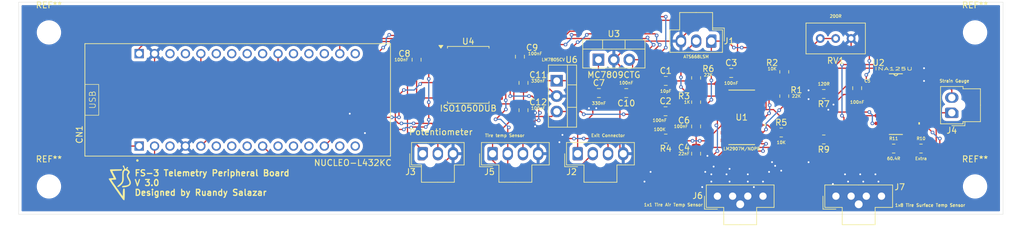
<source format=kicad_pcb>
(kicad_pcb (version 20240108) (generator "pcbnew") (generator_version "8.0")
  (title_block (title "Peripheral Board") (date "2025-02-23") (rev "2.3"))
  (layers (0 "F.Cu" signal) (31 "B.Cu" signal) (34 "B.Paste" user) (35 "F.Paste" user) (36 "B.SilkS" user "B.Silkscreen") (37 "F.SilkS" user "F.Silkscreen") (38 "B.Mask" user) (39 "F.Mask" user) (44 "Edge.Cuts" user))
  (net 0 "")
  (net 1 "Net-(J1-Pin_2)")
  (net 2 "GND")
  (net 3 "Net-(U1-IN+)")
  (net 4 "Net-(C4-Pad1)")
  (net 5 "+3V3")
  (net 6 "+5V")
  (net 7 "+12V")
  (net 8 "PA3")
  (net 9 "+9V")
  (net 10 "PB1")
  (net 17 "CANL")
  (net 18 "CANH")
  (net 19 "/Vin+")
  (net 20 "Net-(U1-TACH-)")
  (net 21 "Net-(U1-EMIT)")
  (net 22 "/Vin-")
  (net 23 "/RG2")
  (net 24 "/RG1")
  (net 31 "/VrefBG")
  (net 36 "CAN1_TX")
  (net 37 "PA2")
  (net 41 "Tire I2C SCL")
  (net 45 "Tire I2C SDA")
  (net 46 "CAN1_RX")
  (footprint "MountingHole:MountingHole_3.5mm" (layer "F.Cu") (at 213.4 55.4)
    (property "Reference" "REF**")
    (property "Value" "MountingHole_3.5mm")
  )
  (footprint "Resistor_SMD:R_0805_2012Metric_Pad1.20x1.40mm_HandSolder" (layer "F.Cu") (at 188.5 40.15 180)
    (property "Reference" "R7")
    (property "Value" "120R")
  )
  (footprint "Capacitor_SMD:C_0805_2012Metric_Pad1.18x1.45mm_HandSolder" (layer "F.Cu") (at 167.5 50 90)
    (property "Reference" "C4")
    (property "Value" "22nF")
  )
  (footprint "Resistor_SMD:R_0805_2012Metric_Pad1.20x1.40mm_HandSolder" (layer "F.Cu") (at 182 36.5 90)
    (property "Reference" "R2")
    (property "Value" "10K")
  )
  (footprint "Connector_Molex:Molex_Nano-Fit_105309-xx04_1x04_P2.50mm_Vertical" (layer "F.Cu") (at 171 57 90)
    (property "Reference" "J6")
    (property "Value" "1x1 Tire Air Temp Sensor")
  )
  (footprint "Package_TO_SOT_THT:TO-220-3_Vertical" (layer "F.Cu") (at 151.42 34.5)
    (property "Reference" "U3")
    (property "Value" "MC7809CTG")
  )
  (footprint "Molex Nanofit:Molex_Nano-Fit_105309-xx04_1x04_P2.50mm_Vertical" (layer "F.Cu") (at 134 50 90)
    (property "Reference" "J5")
    (property "Value" "Tire temp Sensor")
  )
  (footprint "MountingHole:MountingHole_3.5mm" (layer "F.Cu") (at 213.4 30)
    (property "Reference" "REF**")
    (property "Value" "MountingHole_3.5mm")
  )
  (footprint "Capacitor_SMD:C_0805_2012Metric_Pad1.18x1.45mm_HandSolder" (layer "F.Cu") (at 167.5 45.5 -90)
    (property "Reference" "C6")
    (property "Value" "100nF")
  )
  (footprint "Capacitor_SMD:C_0805_2012Metric_Pad1.18x1.45mm_HandSolder" (layer "F.Cu") (at 156 40 180)
    (property "Reference" "C10")
    (property "Value" "100nF")
  )
  (footprint "Molex Nanofit:Molex_Nano-Fit_105309-xx03_1x03_P2.50mm_Vertical" (layer "F.Cu") (at 122.5 50 90)
    (property "Reference" "J3")
    (property "Value" "Potentiometer")
  )
  (footprint "Capacitor_SMD:C_0805_2012Metric_Pad1.18x1.45mm_HandSolder" (layer "F.Cu") (at 173.2695 36.69)
    (property "Reference" "C3")
    (property "Value" "100nF")
  )
  (footprint "Capacitor_SMD:C_0805_2012Metric_Pad1.18x1.45mm_HandSolder" (layer "F.Cu") (at 139.091 42.8218 90)
    (property "Reference" "C12")
    (property "Value" "100nF")
  )
  (footprint "Resistor_SMD:R_0805_2012Metric_Pad1.20x1.40mm_HandSolder" (layer "F.Cu") (at 162.5 47.5 180)
    (property "Reference" "R4")
    (property "Value" "100K")
  )
  (footprint "Capacitor_SMD:C_0805_2012Metric_Pad1.18x1.45mm_HandSolder" (layer "F.Cu") (at 162.5 38)
    (property "Reference" "C1")
    (property "Value" "10pF")
  )
  (footprint "Resistor_SMD:R_0805_2012Metric_Pad1.20x1.40mm_HandSolder" (layer "F.Cu") (at 167.5 37.5 90)
    (property "Reference" "R6")
    (property "Value" "22K")
  )
  (footprint "Molex Nanofit:Molex_Nano-Fit_105309-xx02_1x02_P2.50mm_Vertical" (layer "F.Cu") (at 209.57 43.25 180)
    (property "Reference" "J4")
    (property "Value" "Strain Gauge")
  )
  (footprint "MountingHole:MountingHole_3.5mm" (layer "F.Cu") (at 61 55.4)
    (property "Reference" "REF**")
    (property "Value" "MountingHole_3.5mm")
  )
  (footprint "FS_3_Global_Footprint_Library:M14A_TEX" (layer "F.Cu") (at 175 44)
    (property "Reference" "U1")
    (property "Value" "LM2907M/NOPB")
  )
  (footprint "FS_3_Global_Footprint_Library:D16" (layer "F.Cu") (at 200.3622 41.825)
    (property "Reference" "U2")
    (property "Value" "INA125U")
  )
  (footprint "Capacitor_SMD:C_0805_2012Metric_Pad1.18x1.45mm_HandSolder" (layer "F.Cu") (at 139.091 38.3218 -90)
    (property "Reference" "C11")
    (property "Value" "330nF")
  )
  (footprint "Package_TO_SOT_THT:TO-220-3_Vertical" (layer "F.Cu") (at 144.555 37.96 -90)
    (property "Reference" "U6")
    (property "Value" "LM7805CV")
  )
  (footprint "Resistor_SMD:R_0805_2012Metric_Pad1.20x1.40mm_HandSolder" (layer "F.Cu") (at 188.5 47.65 180)
    (property "Reference" "R9")
    (property "Value" "120R")
  )
  (footprint "Package_SO:SOP-8_6.62x9.15mm_P2.54mm" (layer "F.Cu") (at 130 37)
    (property "Reference" "U4")
    (property "Value" "ISO1050DUB")
  )
  (footprint "Resistor_SMD:R_0805_2012Metric_Pad1.20x1.40mm_HandSolder" (layer "F.Cu") (at 182 40.5 -90)
    (property "Reference" "R1")
    (property "Value" "22K")
  )
  (footprint "Resistor_SMD:R_0805_2012Metric_Pad1.20x1.40mm_HandSolder" (layer "F.Cu") (at 204.5 49.15)
    (property "Reference" "R10")
    (property "Value" "Extra")
  )
  (footprint "1FS_2_Global_Footprint_Library:FS_Logo_4LinesTall" (layer "F.Cu") (at 72.9 54.9)
    (property "Reference" "G***" (hide yes))
    (property "Value" "LOGO" (hide yes))
  )
  (footprint "Capacitor_SMD:C_0805_2012Metric_Pad1.18x1.45mm_HandSolder" (layer "F.Cu") (at 121.5 34.5 90)
    (property "Reference" "C8")
    (property "Value" "100nF")
  )
  (footprint "Potentiometer_THT:Potentiometer_Bourns_3296W_Vertical" (layer "F.Cu") (at 187.92 31 180)
    (property "Reference" "RV1")
    (property "Value" "200R")
  )
  (footprint "Connector_Molex:Molex_Nano-Fit_105309-xx04_1x04_P2.50mm_Vertical" (layer "F.Cu") (at 190.5 57 90)
    (property "Reference" "J7")
    (property "Value" "1x8 Tire Surface Temp Sensor")
  )
  (footprint "Molex Nanofit:Molex_Nano-Fit_105309-xx04_1x04_P2.50mm_Vertical" (layer "F.Cu") (at 148 50 90)
    (property "Reference" "J2")
    (property "Value" "Exit Connector")
  )
  (footprint "Capacitor_SMD:C_0805_2012Metric_Pad1.18x1.45mm_HandSolder" (layer "F.Cu") (at 151.5 40)
    (property "Reference" "C7")
    (property "Value" "330nF")
  )
  (footprint "Capacitor_SMD:C_0805_2012Metric_Pad1.18x1.45mm_HandSolder" (layer "F.Cu") (at 162.4625 43)
    (property "Reference" "C2")
    (property "Value" "100nF")
  )
  (footprint "Resistor_SMD:R_0805_2012Metric_Pad1.20x1.40mm_HandSolder" (layer "F.Cu") (at 181.5 46.5)
    (property "Reference" "R5")
    (property "Value" "10K")
  )
  (footprint "Capacitor_SMD:C_0805_2012Metric_Pad1.18x1.45mm_HandSolder" (layer "F.Cu") (at 194 39.1875 -90)
    (property "Reference" "C5")
    (property "Value" "100nF")
  )
  (footprint "MountingHole:MountingHole_3.5mm" (layer "F.Cu") (at 61 30)
    (property "Reference" "REF**")
    (property "Value" "MountingHole_3.5mm")
  )
  (footprint "Resistor_SMD:R_0805_2012Metric_Pad1.20x1.40mm_HandSolder" (layer "F.Cu") (at 200 49.15)
    (property "Reference" "R11")
    (property "Value" "60.4R")
  )
  (footprint "Resistor_SMD:R_0805_2012Metric_Pad1.20x1.40mm_HandSolder" (layer "F.Cu") (at 167.5 41.5 90)
    (property "Reference" "R3")
    (property "Value" "1K")
  )
  (footprint "FS_3_Global_Footprint_Library:NUCLEO-L432KC" (layer "F.Cu") (at 92.055 41.12 90)
    (property "Reference" "CN1")
    (property "Value" "NUCLEO-L432KC")
  )
  (footprint "Capacitor_SMD:C_0805_2012Metric_Pad1.18x1.45mm_HandSolder" (layer "F.Cu") (at 138.5 34 90)
    (property "Reference" "C9")
    (property "Value" "100nF")
  )
  (footprint "Molex Nanofit:Molex_Nano-Fit_105309-xx03_1x03_P2.50mm_Vertical" (layer "F.Cu") (at 170 31.43 -90)
    (property "Reference" "J1")
    (property "Value" "ATS668LSM")
  )
  (gr_rect (start 56 25) (end 218 60) (stroke (width 0.05)) (fill none) (layer "Edge.Cuts"))
  (gr_text "FS-3 Telemetry Peripheral Board\nV 3.0\nDesigned by Ruandy Salazar" (at 75 57 0) (layer "F.SilkS") (effects (font (size 1 1) (thickness 0.2) (bold yes)) (justify left bottom)))
  (segment (start 166.5 40.5) (end 165 39) (width 0.2) (layer "F.Cu") (net 1))
  (segment (start 167.5 40.5) (end 166.5 40.5) (width 0.2) (layer "F.Cu") (net 1))
  (segment (start 161.4625 36.5375) (end 161.4625 38) (width 0.2) (layer "F.Cu") (net 1))
  (segment (start 165 34.07) (end 164.93 34) (width 0.2) (layer "F.Cu") (net 1))
  (segment (start 167.5 31.43) (end 164.93 34) (width 0.2) (layer "F.Cu") (net 1))
  (segment (start 165 37.4) (end 165 34.07) (width 0.2) (layer "F.Cu") (net 1))
  (segment (start 167.5 40.5) (end 171.9595 40.5) (width 0.2) (layer "F.Cu") (net 1))
  (segment (start 164 34) (end 161.4625 36.5375) (width 0.2) (layer "F.Cu") (net 1))
  (segment (start 171.9595 40.5) (end 172.2695 40.19) (width 0.2) (layer "F.Cu") (net 1))
  (segment (start 164.93 34) (end 164 34) (width 0.2) (layer "F.Cu") (net 1))
  (via (at 165 39) (size 0.6) (drill 0.3) (layers "F.Cu" "B.Cu") (net 1))
  (via (at 165 37.4) (size 0.6) (drill 0.3) (layers "F.Cu" "B.Cu") (net 1))
  (segment (start 165 39) (end 165 37.4) (width 0.2) (layer "B.Cu") (net 1))
  (segment (start 141 43.2593) (end 139.525 41.7843) (width 0.2) (layer "F.Cu") (net 2))
  (segment (start 154.9625 42.5) (end 154.9625 49.4625) (width 0.2) (layer "F.Cu") (net 2))
  (segment (start 154.9625 49.4625) (end 155.5 50) (width 0.2) (layer "F.Cu") (net 2))
  (segment (start 180.0375 48.9625) (end 182.5 46.5) (width 0.2) (layer "F.Cu") (net 2))
  (segment (start 147.8625 40.5) (end 144.555 40.5) (width 0.2) (layer "F.Cu") (net 2))
  (segment (start 190.75 50.9) (end 206.1 50.9) (width 0.2) (layer "F.Cu") (net 2))
  (segment (start 174.307 36.69) (end 179 36.69) (width 0.2) (layer "F.Cu") (net 2))
  (segment (start 141.5 46) (end 145 46) (width 0.2) (layer "F.Cu") (net 2))
  (segment (start 121.5 40.5) (end 121.81 40.81) (width 0.2) (layer "F.Cu") (net 2))
  (segment (start 78.38 43.66) (end 83.46 48.74) (width 0.2) (layer "F.Cu") (net 2))
  (segment (start 205 38) (end 205 40.9972) (width 0.2) (layer "F.Cu") (net 2))
  (segment (start 167.5 46.5375) (end 167.5 48.9625) (width 0.2) (layer "F.Cu") (net 2))
  (segment (start 179 42.73) (end 177.7305 42.73) (width 0.2) (layer "F.Cu") (net 2))
  (segment (start 190.099265 41.900735) (end 191.775 40.225) (width 0.2) (layer "F.Cu") (net 2))
  (segment (start 139.525 41.7843) (end 139.091 41.7843) (width 0.2) (layer "F.Cu") (net 2))
  (segment (start 145 46) (end 145.5 46.5) (width 0.2) (layer "F.Cu") (net 2))
  (segment (start 135.4993 41.7843) (end 134.525 40.81) (width 0.2) (layer "F.Cu") (net 2))
  (segment (start 165 31) (end 165 31.43) (width 0.2) (layer "F.Cu") (net 2))
  (segment (start 187.5 42.5) (end 186 41) (width 0.2) (layer "F.Cu") (net 2))
  (segment (start 190.5 57) (end 190.5 55.5) (width 0.2) (layer "F.Cu") (net 2))
  (segment (start 179 36.69) (end 180.81 36.69) (width 0.2) (layer "F.Cu") (net 2))
  (segment (start 190 35.9) (end 193 32.9) (width 0.2) (layer "F.Cu") (net 2))
  (segment (start 121.5 35.5375) (end 121.5 40.5) (width 0.2) (layer "F.Cu") (net 2))
  (segment (start 180.00243 51.4) (end 179.987851 51.385421) (width 0.2) (layer "F.Cu") (net 2))
  (segment (start 190.5 55.5) (end 190 55) (width 0.2) (layer "F.Cu") (net 2))
  (segment (start 187.5 47.65) (end 190.75 50.9) (width 0.2) (layer "F.Cu") (net 2))
  (segment (start 187.5 44) (end 181.5 44) (width 0.2) (layer "F.Cu") (net 2))
  (segment (start 203.5372 42.46) (end 202.7244 42.46) (width 0.2) (layer "F.Cu") (net 2))
  (segment (start 139.091 39.3593) (end 143.4143 39.3593) (width 0.2) (layer "F.Cu") (net 2))
  (segment (start 141 45.5) (end 141.5 46) (width 0.2) (layer "F.Cu") (net 2))
  (segment (start 127.5 50) (end 125.5 52) (width 0.2) (layer "F.Cu") (net 2))
  (segment (start 128.7157 41.7843) (end 135.4993 41.7843) (width 0.2) (layer "F.Cu") (net 2))
  (segment (start 154.9625 35.5025) (end 153.96 34.5) (width 0.2) (layer "F.Cu") (net 2))
  (segment (start 143.1 50) (end 141.5 50) (width 0.2) (layer "F.Cu") (net 2))
  (segment (start 169.5 50.21397) (end 169.5 48.9625) (width 0.2) (layer "F.Cu") (net 2))
  (segment (start 149.8625 42.5) (end 147.8625 40.5) (width 0.2) (layer "F.Cu") (net 2))
  (segment (start 163.5375 42.9625) (end 163.5 43) (width 0.2) (layer "F.Cu") (net 2))
  (segment (start 125.5 52) (end 125 52.5) (width 0.2) (layer "F.Cu") (net 2))
  (segment (start 127.5 42.835) (end 127.5 43) (width 0.2) (layer "F.Cu") (net 2))
  (segment (start 137.5 41.7843) (end 135.4993 41.7843) (width 0.2) (layer "F.Cu") (net 2))
  (segment (start 169.5 48.9625) (end 180.0375 48.9625) (width 0.2) (layer "F.Cu") (net 2))
  (segment (start 120 51.5) (end 115.1 46.6) (width 0.2) (layer "F.Cu") (net 2))
  (segment (start 138.5 35.0375) (end 137.5375 36) (width 0.2) (layer "F.Cu") (net 2))
  (segment (start 187.5 44.5) (end 187.5 44) (width 0.2) (layer "F.Cu") (net 2))
  (segment (start 154.9625 40) (end 154.9625 35.5025) (width 0.2) (layer "F.Cu") (net 2))
  (segment (start 193 32.9) (end 193 31) (width 0.2) (layer "F.Cu") (net 2))
  (segment (start 127.5 43) (end 128.7157 41.7843) (width 0.2) (layer "F.Cu") (net 2))
  (segment (start 207 45.9228) (end 203.5372 42.46) (width 0.2) (layer "F.Cu") (net 2))
  (segment (start 186 39.55) (end 189.65 35.9) (width 0.2) (layer "F.Cu") (net 2))
  (segment (start 180.23 42.73) (end 179 42.73) (width 0.2) (layer "F.Cu") (net 2))
  (segment (start 154.9625 40) (end 152.5375 40) (width 0.2) (layer "F.Cu") (net 2))
  (segment (start 205 40.9972) (end 203.5372 42.46) (width 0.2) (layer "F.Cu") (net 2))
  (segment (start 139.091 39.3593) (end 139.091 41.7843) (width 0.2) (layer "F.Cu") (net 2))
  (segment (start 172 29) (end 167 29) (width 0.2) (layer "F.Cu") (net 2))
  (segment (start 169.356985 50.356985) (end 169.5 50.21397) (width 0.2) (layer "F.Cu") (net 2))
  (segment (start 88.8 43.4) (end 83.46 48.74) (width 0.2) (layer "F.Cu") (net 2))
  (segment (start 163.5375 38) (end 163.5375 42.9625) (width 0.2) (layer "F.Cu") (net 2))
  (segment (start 154.9625 40) (end 154.9625 42.5) (width 0.2) (layer "F.Cu") (net 2))
  (segment (start 115.1 46.6) (end 113 46.6) (width 0.2) (layer "F.Cu") (net 2))
  (segment (start 206.1 50.9) (end 207 50) (width 0.2) (layer "F.Cu") (net 2))
  (segment (start 186 51.4) (end 180.00243 51.4) (width 0.2) (layer "F.Cu") (net 2))
  (segment (start 121.81 40.81) (end 125.475 40.81) (width 0.2) (layer "F.Cu") (net 2))
  (segment (start 167.0375 46.5375) (end 167.5 46.5375) (width 0.2) (layer "F.Cu") (net 2))
  (segment (start 154.9625 42.5) (end 151.0625 42.5) (width 0.2) (layer "F.Cu") (net 2))
  (segment (start 187.5 44) (end 187.5 42.5) (width 0.2) (layer "F.Cu") (net 2))
  (segment (start 207 50) (end 207 45.9228) (width 0.2) (layer "F.Cu") (net 2))
  (segment (start 157.03 31.43) (end 165 31.43) (width 0.2) (layer "F.Cu") (net 2))
  (segment (start 145 48.1) (end 143.1 50) (width 0.2) (layer "F.Cu") (net 2))
  (segment (start 145.5 46.5) (end 145.5 47) (width 0.2) (layer "F.Cu") (net 2))
  (segment (start 137.5 36) (end 137.5 41.7843) (width 0.2) (layer "F.Cu") (net 2))
  (segment (start 179 42.73) (end 179 36.69) (width 0.2) (layer "F.Cu") (net 2))
  (segment (start 170.375735 53.024265) (end 170 53.4) (width 0.2) (layer "F.Cu") (net 2))
  (segment (start 191.775 40.225) (end 194 40.225) (width 0.2) (layer "F.Cu") (net 2))
  (segment (start 171 55.6) (end 171 57) (width 0.2) (layer "F.Cu") (net 2))
  (segment (start 167 29) (end 165 31) (width 0.2) (layer "F.Cu") (net 2))
  (segment (start 78.38 33.5) (end 78.38 43.66) (width 0.2) (layer "F.Cu") (net 2))
  (segment (start 181.5 44) (end 180.23 42.73) (width 0.2) (layer "F.Cu") (net 2))
  (segment (start 194 40.225) (end 197.695 40.225) (width 0.2) (layer "F.Cu") (net 2))
  (segment (start 110.5 43.4) (end 88.8 43.4) (width 0.2) (layer "F.Cu") (net 2))
  (segment (start 189.65 35.9) (end 190 35.9) (width 0.2) (layer "F.Cu") (net 2))
  (segment (start 180.81 36.69) (end 182 35.5) (width 0.2) (layer "F.Cu") (net 2))
  (segment (start 125.475 40.81) (end 127.5 42.835) (width 0.2) (layer "F.Cu") (net 2))
  (segment (start 174.307 31.307) (end 172 29) (width 0.2) (layer "F.Cu") (net 2))
  (segment (start 187.5 47.65) (end 187.5 44.5) (width 0.2) (layer "F.Cu") (net 2))
  (segment (start 121 52.5) (end 120 51.5) (width 0.2) (layer "F.Cu") (net 2))
  (segment (start 190 35.9) (end 205 35.9) (width 0.2) (layer "F.Cu") (net 2))
  (segment (start 143.4143 39.3593) (end 144.555 40.5) (width 0.2) (layer "F.Cu") (net 2))
  (segment (start 174.307 36.69) (end 174.307 31.307) (width 0.2) (layer "F.Cu") (net 2))
  (segment (start 145.5 47) (end 145.5 46.9) (width 0.2) (layer "F.Cu") (net 2))
  (segment (start 197.695 40.225) (end 198 39.92) (width 0.2) (layer "F.Cu") (net 2))
  (segment (start 187.5 44.5) (end 189.250735 42.749265) (width 0.2) (layer "F.Cu") (net 2))
  (segment (start 182.5 46.5) (end 182.5 45) (width 0.2) (layer "F.Cu") (net 2))
  (segment (start 163.5 43) (end 167.0375 46.5375) (width 0.2) (layer "F.Cu") (net 2))
  (segment (start 125 52.5) (end 121 52.5) (width 0.2) (layer "F.Cu") (net 2))
  (segment (start 170 54.6) (end 171 55.6) (width 0.2) (layer "F.Cu") (net 2))
  (segment (start 167.5 48.9625) (end 169.5 48.9625) (width 0.2) (layer "F.Cu") (net 2))
  (segment (start 170.375735 52.124265) (end 170.375735 53.024265) (width 0.2) (layer "F.Cu") (net 2))
  (segment (start 166 38) (end 167.5 36.5) (width 0.2) (layer "F.Cu") (net 2))
  (segment (start 182.5 45) (end 181.5 44) (width 0.2) (layer "F.Cu") (net 2))
  (segment (start 127.5 43) (end 127.5 50) (width 0.2) (layer "F.Cu") (net 2))
  (segment (start 163.5375 38) (end 166 38) (width 0.2) (layer "F.Cu") (net 2))
  (segment (start 137.5375 36) (end 137.5 36) (width 0.2) (layer "F.Cu") (net 2))
  (segment (start 139.091 41.7843) (end 137.5 41.7843) (width 0.2) (layer "F.Cu") (net 2))
  (segment (start 153.96 34.5) (end 157.03 31.43) (width 0.2) (layer "F.Cu") (net 2))
  (via (at 110.5 43.4) (size 0.6) (drill 0.3) (layers "F.Cu" "B.Cu") (net 2))
  (via (at 170 54.6) (size 0.6) (drill 0.3) (layers "F.Cu" "B.Cu") (net 2))
  (via (at 170.375735 52.124265) (size 0.6) (drill 0.3) (layers "F.Cu" "B.Cu") (net 2))
  (via (at 145.5 46.9) (size 0.6) (drill 0.3) (layers "F.Cu" "B.Cu") (net 2))
  (via (at 186 41) (size 0.6) (drill 0.3) (layers "F.Cu" "B.Cu") (net 2))
  (via (at 113 46.6) (size 0.6) (drill 0.3) (layers "F.Cu" "B.Cu") (net 2))
  (via (at 169.356985 50.356985) (size 0.6) (drill 0.3) (layers "F.Cu" "B.Cu") (net 2))
  (via (at 205 38) (size 0.6) (drill 0.3) (layers "F.Cu" "B.Cu") (net 2))
  (via (at 179.987851 51.385421) (size 0.6) (drill 0.3) (layers "F.Cu" "B.Cu") (net 2))
  (via (at 151.0625 42.5) (size 0.6) (drill 0.3) (layers "F.Cu" "B.Cu") (net 2))
  (via (at 186 51.4) (size 0.6) (drill 0.3) (layers "F.Cu" "B.Cu") (net 2))
  (via (at 205 35.9) (size 0.6) (drill 0.3) (layers "F.Cu" "B.Cu") (net 2))
  (via (at 141 43.2593) (size 0.6) (drill 0.3) (layers "F.Cu" "B.Cu") (net 2))
  (via (at 186 39.55) (size 0.6) (drill 0.3) (layers "F.Cu" "B.Cu") (net 2))
  (via (at 190.099265 41.900735) (size 0.6) (drill 0.3) (layers "F.Cu" "B.Cu") (net 2))
  (via (at 149.8625 42.5) (size 0.6) (drill 0.3) (layers "F.Cu" "B.Cu") (net 2))
  (via (at 190 55) (size 0.6) (drill 0.3) (layers "F.Cu" "B.Cu") (net 2))
  (via (at 189.250735 42.749265) (size 0.6) (drill 0.3) (layers "F.Cu" "B.Cu") (net 2))
  (via (at 141 45.5) (size 0.6) (drill 0.3) (layers "F.Cu" "B.Cu") (net 2))
  (via (at 170 53.4) (size 0.6) (drill 0.3) (layers "F.Cu" "B.Cu") (net 2))
  (via (at 145 48.1) (size 0.6) (drill 0.3) (layers "F.Cu" "B.Cu") (net 2))
  (segment (start 171.114579 51.385421) (end 170.375735 52.124265) (width 0.2) (layer "B.Cu") (net 2))
  (segment (start 189.250735 42.749265) (end 190.099265 41.900735) (width 0.2) (layer "B.Cu") (net 2))
  (segment (start 179.987851 51.385421) (end 172 51.385421) (width 0.2) (layer "B.Cu") (net 2))
  (segment (start 110.5 44.1) (end 110.5 43.4) (width 0.2) (layer "B.Cu") (net 2))
  (segment (start 170.385421 51.385421) (end 169.356985 50.356985) (width 0.2) (layer "B.Cu") (net 2))
  (segment (start 145.5 46.9) (end 145.5 47.6) (width 0.2) (layer "B.Cu") (net 2))
  (segment (start 189.5 54.5) (end 189.1 54.5) (width 0.2) (layer "B.Cu") (net 2))
  (segment (start 141 45.5) (end 141 43.2593) (width 0.2) (layer "B.Cu") (net 2))
  (segment (start 186 41) (end 186 39.55) (width 0.2) (layer "B.Cu") (net 2))
  (segment (start 170 53.4) (end 170 54.6) (width 0.2) (layer "B.Cu") (net 2))
  (segment (start 145.5 47.6) (end 145 48.1) (width 0.2) (layer "B.Cu") (net 2))
  (segment (start 172 51.385421) (end 170.385421 51.385421) (width 0.2) (layer "B.Cu") (net 2))
  (segment (start 151.0625 42.5) (end 149.8625 42.5) (width 0.2) (layer "B.Cu") (net 2))
  (segment (start 189.1 54.5) (end 186 51.4) (width 0.2) (layer "B.Cu") (net 2))
  (segment (start 172 51.385421) (end 171.114579 51.385421) (width 0.2) (layer "B.Cu") (net 2))
  (segment (start 205 35.9) (end 205 38) (width 0.2) (layer "B.Cu") (net 2))
  (segment (start 113 46.6) (end 110.5 44.1) (width 0.2) (layer "B.Cu") (net 2))
  (segment (start 190 55) (end 189.5 54.5) (width 0.2) (layer "B.Cu") (net 2))
  (segment (start 172.2695 44) (end 172.2695 42.73) (width 0.2) (layer "F.Cu") (net 3))
  (segment (start 173.5 41.944) (end 172.714 42.73) (width 0.2) (layer "F.Cu") (net 3))
  (segment (start 171.825 42.73) (end 172.2695 42.73) (width 0.2) (layer "F.Cu") (net 3))
  (segment (start 171 39) (end 173 39) (width 0.2) (layer "F.Cu") (net 3))
  (segment (start 170.461 38.461) (end 172.232 36.69) (width 0.2) (layer "F.Cu") (net 3))
  (segment (start 172.714 42.73) (end 172.2695 42.73) (width 0.2) (layer "F.Cu") (net 3))
  (segment (start 170.461 38.461) (end 171 39) (width 0.2) (layer "F.Cu") (net 3))
  (segment (start 173.5 39.5) (end 173.5 41.944) (width 0.2) (layer "F.Cu") (net 3))
  (segment (start 167.5 38.5) (end 170.422 38.5) (width 0.2) (layer "F.Cu") (net 3))
  (segment (start 173 39) (end 173.5 39.5) (width 0.2) (layer "F.Cu") (net 3))
  (segment (start 170.422 38.5) (end 170.461 38.461) (width 0.2) (layer "F.Cu") (net 3))
  (segment (start 171 49.5625) (end 169.525 51.0375) (width 0.2) (layer "F.Cu") (net 4))
  (segment (start 171 42.5) (end 171 45.15147) (width 0.2) (layer "F.Cu") (net 4))
  (segment (start 169.525 51.0375) (end 167.5 51.0375) (width 0.2) (layer "F.Cu") (net 4))
  (segment (start 171 45.15147) (end 170.825735 45.325735) (width 0.2) (layer "F.Cu") (net 4))
  (segment (start 172.2695 41.46) (end 172.04 41.46) (width 0.2) (layer "F.Cu") (net 4))
  (segment (start 172.04 41.46) (end 171 42.5) (width 0.2) (layer "F.Cu") (net 4))
  (via (at 171 49.5625) (size 0.6) (drill 0.3) (layers "F.Cu" "B.Cu") (net 4))
  (via (at 170.825735 45.325735) (size 0.6) (drill 0.3) (layers "F.Cu" "B.Cu") (net 4))
  (segment (start 170.825735 45.325735) (end 171 45.5) (width 0.2) (layer "B.Cu") (net 4))
  (segment (start 171 45.5) (end 171 49.5625) (width 0.2) (layer "B.Cu") (net 4))
  (segment (start 195.5 37) (end 195.5 38.65) (width 0.2) (layer "F.Cu") (net 5))
  (segment (start 206 36.5) (end 198.88 36.5) (width 0.2) (layer "F.Cu") (net 5))
  (segment (start 198 38.65) (end 195.5 38.65) (width 0.2) (layer "F.Cu") (net 5))
  (segment (start 209.57 43.25) (end 207.25 43.25) (width 0.2) (layer "F.Cu") (net 5))
  (segment (start 109 31.5) (end 120.5 31.5) (width 0.2) (layer "F.Cu") (net 5))
  (segment (start 194.5 38.65) (end 194 38.15) (width 0.2) (layer "F.Cu") (net 5))
  (segment (start 206 41.5) (end 206 36.5) (width 0.2) (layer "F.Cu") (net 5))
  (segment (start 121.5 32.5) (end 121.5 33.4625) (width 0.2) (layer "F.Cu") (net 5))
  (segment (start 120 47) (end 120 34) (width 0.2) (layer "F.Cu") (net 5))
  (segment (start 207 43) (end 207 42.5) (width 0.2) (layer "F.Cu") (net 5))
  (segment (start 207 42.5) (end 206 41.5) (width 0.2) (layer "F.Cu") (net 5))
  (segment (start 127 32) (end 146 32) (width 0.2) (layer "F.Cu") (net 5))
  (segment (start 108.86 31.64) (end 109 31.5) (width 0.2) (layer "F.Cu") (net 5))
  (segment (start 122.5 50) (end 122.5 49.5) (width 0.2) (layer "F.Cu") (net 5))
  (segment (start 122.5 49.5) (end 120 47) (width 0.2) (layer "F.Cu") (net 5))
  (segment (start 198.88 36.5) (end 198 37.38) (width 0.2) (layer "F.Cu") (net 5))
  (segment (start 120.5375 33.4625) (end 121.5 33.4625) (width 0.2) (layer "F.Cu") (net 5))
  (segment (start 190.85 40.15) (end 192.85 38.15) (width 0.2) (layer "F.Cu") (net 5))
  (segment (start 121.7725 33.19) (end 121.5 33.4625) (width 0.2) (layer "F.Cu") (net 5))
  (segment (start 108.86 33.5) (end 108.86 31.64) (width 0.2) (layer "F.Cu") (net 5))
  (segment (start 189.5 40.15) (end 190.85 40.15) (width 0.2) (layer "F.Cu") (net 5))
  (segment (start 150.3 28) (end 196 28) (width 0.2) (layer "F.Cu") (net 5))
  (segment (start 120.5 31.5) (end 121.5 32.5) (width 0.2) (layer "F.Cu") (net 5))
  (segment (start 126.665 32) (end 127 32) (width 0.2) (layer "F.Cu") (net 5))
  (segment (start 147 30.4) (end 147.9 30.4) (width 0.2) (layer "F.Cu") (net 5))
  (segment (start 120 34) (end 120.5375 33.4625) (width 0.2) (layer "F.Cu") (net 5))
  (segment (start 125.475 33.19) (end 126.665 32) (width 0.2) (layer "F.Cu") (net 5))
  (segment (start 196 28) (end 196 34.7) (width 0.2) (layer "F.Cu") (net 5))
  (segment (start 192.85 38.15) (end 194 38.15) (width 0.2) (layer "F.Cu") (net 5))
  (segment (start 198 37.38) (end 198 38.65) (width 0.2) (layer "F.Cu") (net 5))
  (segment (start 207.25 43.25) (end 207 43) (width 0.2) (layer "F.Cu") (net 5))
  (segment (start 125.475 33.19) (end 121.7725 33.19) (width 0.2) (layer "F.Cu") (net 5))
  (segment (start 147.9 30.4) (end 150.3 28) (width 0.2) (layer "F.Cu") (net 5))
  (segment (start 195.5 38.65) (end 194.5 38.65) (width 0.2) (layer "F.Cu") (net 5))
  (via (at 147 30.4) (size 0.6) (drill 0.3) (layers "F.Cu" "B.Cu") (net 5))
  (via (at 195.5 37) (size 0.6) (drill 0.3) (layers "F.Cu" "B.Cu") (net 5))
  (via (at 196 34.7) (size 0.6) (drill 0.3) (layers "F.Cu" "B.Cu") (net 5))
  (via (at 146 32) (size 0.6) (drill 0.3) (layers "F.Cu" "B.Cu") (net 5))
  (segment (start 146 32) (end 147 31) (width 0.2) (layer "B.Cu") (net 5))
  (segment (start 147 31) (end 147 30.4) (width 0.2) (layer "B.Cu") (net 5))
  (segment (start 196 34.7) (end 196 36.5) (width 0.2) (layer "B.Cu") (net 5))
  (segment (start 196 36.5) (end 195.5 37) (width 0.2) (layer "B.Cu") (net 5))
  (segment (start 138.2725 33.19) (end 138.5 32.9625) (width 0.2) (layer "F.Cu") (net 6))
  (segment (start 167.5 42.5) (end 167.5 44.4625) (width 0.2) (layer "F.Cu") (net 6))
  (segment (start 156.5 53) (end 157.5 52) (width 0.2) (layer "F.Cu") (net 6))
  (segment (start 169.575 51.925) (end 170.25 51.25) (width 0.2) (layer "F.Cu") (net 6))
  (segment (start 170 31.43) (end 170 37.9) (width 0.2) (layer "F.Cu") (net 6))
  (segment (start 157.5 43.5) (end 159 43.5) (width 0.2) (layer "F.Cu") (net 6))
  (segment (start 177.7305 46.54) (end 178.46 46.54) (width 0.2) (layer "F.Cu") (net 6))
  (segment (start 158 50.9) (end 158 50.5) (width 0.2) (layer "F.Cu") (net 6))
  (segment (start 134 50) (end 134 51.1) (width 0.2) (layer "F.Cu") (net 6))
  (segment (start 178.283 48.3625) (end 177.7305 47.81) (width 0.2) (layer "F.Cu") (net 6))
  (segment (start 148.54 43.04) (end 149 43.5) (width 0.2) (layer "F.Cu") (net 6))
  (segment (start 172.637 31.43) (end 170 31.43) (width 0.2) (layer "F.Cu") (net 6))
  (segment (start 182 42) (end 182 41.5) (width 0.2) (layer "F.Cu") (net 6))
  (segment (start 182 41.5) (end 183.5 40) (width 0.2) (layer "F.Cu") (net 6))
  (segment (start 149.67 30.23) (end 160.73 30.23) (width 0.2) (layer "F.Cu") (net 6))
  (segment (start 178.46 46.54) (end 179 46) (width 0.2) (layer "F.Cu") (net 6))
  (segment (start 183.5 34.5) (end 181.5 32.5) (width 0.2) (layer "F.Cu") (net 6))
  (segment (start 159.5 44) (end 159.5 47.084744) (width 0.2) (layer "F.Cu") (net 6))
  (segment (start 172.5 53.4) (end 170.35 51.25) (width 0.2) (layer "F.Cu") (net 6))
  (segment (start 135.9 53) (end 156.5 53) (width 0.2) (layer "F.Cu") (net 6))
  (segment (start 159 43.5) (end 159.5 44) (width 0.2) (layer "F.Cu") (net 6))
  (segment (start 159.707628 48.792372) (end 159.707628 47.292372) (width 0.2) (layer "F.Cu") (net 6))
  (segment (start 159.707628 47.292372) (end 164.340256 51.925) (width 0.2) (layer "F.Cu") (net 6))
  (segment (start 134 51.1) (end 135.9 53) (width 0.2) (layer "F.Cu") (net 6))
  (segment (start 193 57) (end 193 55.1) (width 0.2) (layer "F.Cu") (net 6))
  (segment (start 171.9375 49.5625) (end 177 49.5625) (width 0.2) (layer "F.Cu") (net 6))
  (segment (start 173.5 57) (end 173.5 55.1) (width 0.2) (layer "F.Cu") (net 6))
  (segment (start 160.73 30.23) (end 161 30.5) (width 0.2) (layer "F.Cu") (net 6))
  (segment (start 159.5 47.084744) (end 159.707628 47.292372) (width 0.2) (layer "F.Cu") (net 6))
  (segment (start 134 50) (end 134 47.5) (width 0.2) (layer "F.Cu") (net 6))
  (segment (start 181.174265 42.825735) (end 182 42) (width 0.2) (layer "F.Cu") (net 6))
  (segment (start 170 41.1) (end 168.6 42.5) (width 0.2) (layer "F.Cu") (net 6))
  (segment (start 155.5625 43.5) (end 157.5 43.5) (width 0.2) (layer "F.Cu") (net 6))
  (segment (start 177 49.5625) (end 177.5 49.5625) (width 0.2) (layer "F.Cu") (net 6))
  (segment (start 138.5 32.9625) (end 146.6375 32.9625) (width 0.2) (layer "F.Cu") (net 6))
  (segment (start 164.340256 51.925) (end 169.575 51.925) (width 0.2) (layer "F.Cu") (net 6))
  (segment (start 161.5 32.03) (end 157.925 35.605) (width 0.2) (layer "F.Cu") (net 6))
  (segment (start 157.5 51) (end 158 50.5) (width 0.2) (layer "F.Cu") (net 6))
  (segment (start 173.707 32.5) (end 172.637 31.43) (width 0.2) (layer "F.Cu") (net 6))
  (segment (start 171 50.5) (end 171.9375 49.5625) (width 0.2) (layer "F.Cu") (net 6))
  (segment (start 183.5 40) (end 183.5 34.5) (width 0.2) (layer "F.Cu") (net 6))
  (segment (start 181.5 32.5) (end 175 32.5) (width 0.2) (layer "F.Cu") (net 6))
  (segment (start 149.5 30.4) (end 149.67 30.23) (width 0.2) (layer "F.Cu") (net 6))
  (segment (start 134.525 33.19) (end 138.2725 33.19) (width 0.2) (layer "F.Cu") (net 6))
  (segment (start 173.5 55.1) (end 173 54.6) (width 0.2) (layer "F.Cu") (net 6))
  (segment (start 139.091 43.8593) (end 143.7357 43.8593) (width 0.2) (layer "F.Cu") (net 6))
  (segment (start 146.6375 32.9625) (end 148 31.6) (width 0.2) (layer "F.Cu") (net 6))
  (segment (start 168.6 42.5) (end 167.5 42.5) (width 0.2) (layer "F.Cu") (net 6))
  (segment (start 157.5 52) (end 157.5 51) (width 0.2) (layer "F.Cu") (net 6))
  (segment (start 157.925 43.075) (end 157.5 43.5) (width 0.2) (layer "F.Cu") (net 6))
  (segment (start 177.5 49.5625) (end 178.5 49.5625) (width 0.2) (layer "F.Cu") (net 6))
  (segment (start 179 48.3625) (end 178.283 48.3625) (width 0.2) (layer "F.Cu") (net 6))
  (segment (start 157.925 35.605) (end 157.925 43.075) (width 0.2) (layer "F.Cu") (net 6))
  (segment (start 170.35 51.25) (end 170.25 51.25) (width 0.2) (layer "F.Cu") (net 6))
  (segment (start 134 47.5) (end 137.6407 43.8593) (width 0.2) (layer "F.Cu") (net 6))
  (segment (start 158 50.5) (end 159.707628 48.792372) (width 0.2) (layer "F.Cu") (net 6))
  (segment (start 170.25 51.25) (end 171 50.5) (width 0.2) (layer "F.Cu") (net 6))
  (segment (start 192 53.4) (end 180.8375 53.4) (width 0.2) (layer "F.Cu") (net 6))
  (segment (start 137.6407 43.8593) (end 139.091 43.8593) (width 0.2) (layer "F.Cu") (net 6))
  (segment (start 144.555 43.04) (end 148.54 43.04) (width 0.2) (layer "F.Cu") (net 6))
  (segment (start 143.7357 43.8593) (end 144.555 43.04) (width 0.2) (layer "F.Cu") (net 6))
  (segment (start 180.8375 53.4) (end 177 49.5625) (width 0.2) (layer "F.Cu") (net 6))
  (segment (start 177.7305 46.54) (end 177.7305 47.81) (width 0.2) (layer "F.Cu") (net 6))
  (segment (start 193 55.1) (end 192.5 54.6) (width 0.2) (layer "F.Cu") (net 6))
  (via (at 149 43.5) (size 0.6) (drill 0.3) (layers "F.Cu" "B.Cu") (net 6))
  (via (at 179 48.3625) (size 0.6) (drill 0.3) (layers "F.Cu" "B.Cu") (net 6))
  (via (at 170 41.1) (size 0.6) (drill 0.3) (layers "F.Cu" "B.Cu") (net 6))
  (via (at 173 54.6) (size 0.6) (drill 0.3) (layers "F.Cu" "B.Cu") (net 6))
  (via (at 181.174265 42.825735) (size 0.6) (drill 0.3) (layers "F.Cu" "B.Cu") (net 6))
  (via (at 192 53.4) (size 0.6) (drill 0.3) (layers "F.Cu" "B.Cu") (net 6))
  (via (at 192.5 54.6) (size 0.6) (drill 0.3) (layers "F.Cu" "B.Cu") (net 6))
  (via (at 161.5 32.03) (size 0.6) (drill 0.3) (layers "F.Cu" "B.Cu") (net 6))
  (via (at 155.5625 43.5) (size 0.6) (drill 0.3) (layers "F.Cu" "B.Cu") (net 6))
  (via (at 148 31.6) (size 0.6) (drill 0.3) (layers "F.Cu" "B.Cu") (net 6))
  (via (at 179 46) (size 0.6) (drill 0.3) (layers "F.Cu" "B.Cu") (net 6))
  (via (at 173.707 32.5) (size 0.6) (drill 0.3) (layers "F.Cu" "B.Cu") (net 6))
  (via (at 172.5 53.4) (size 0.6) (drill 0.3) (layers "F.Cu" "B.Cu") (net 6))
  (via (at 149.5 30.4) (size 0.6) (drill 0.3) (layers "F.Cu" "B.Cu") (net 6))
  (via (at 161 30.5) (size 0.6) (drill 0.3) (layers "F.Cu" "B.Cu") (net 6))
  (via (at 175 32.5) (size 0.6) (drill 0.3) (layers "F.Cu" "B.Cu") (net 6))
  (via (at 170 37.9) (size 0.6) (drill 0.3) (layers "F.Cu" "B.Cu") (net 6))
  (via (at 178.5 49.5625) (size 0.6) (drill 0.3) (layers "F.Cu" "B.Cu") (net 6))
  (segment (start 175 32.5) (end 173.707 32.5) (width 0.2) (layer "B.Cu") (net 6))
  (segment (start 148 31.6) (end 148.3 31.6) (width 0.2) (layer "B.Cu") (net 6))
  (segment (start 179 45) (end 181.174265 42.825735) (width 0.2) (layer "B.Cu") (net 6))
  (segment (start 161 30.5) (end 161 31.53) (width 0.2) (layer "B.Cu") (net 6))
  (segment (start 192.5 53.9) (end 192 53.4) (width 0.2) (layer "B.Cu") (net 6))
  (segment (start 173 54.6) (end 173 53.9) (width 0.2) (layer "B.Cu") (net 6))
  (segment (start 148.3 31.6) (end 149.5 30.4) (width 0.2) (layer "B.Cu") (net 6))
  (segment (start 149 43.5) (end 155.5625 43.5) (width 0.2) (layer "B.Cu") (net 6))
  (segment (start 170 37.9) (end 170 41.1) (width 0.2) (layer "B.Cu") (net 6))
  (segment (start 192.5 54.6) (end 192.5 53.9) (width 0.2) (layer "B.Cu") (net 6))
  (segment (start 161 31.53) (end 161.5 32.03) (width 0.2) (layer "B.Cu") (net 6))
  (segment (start 178.5 48.8625) (end 179 48.3625) (width 0.2) (layer "B.Cu") (net 6))
  (segment (start 178.5 49.5625) (end 178.5 48.8625) (width 0.2) (layer "B.Cu") (net 6))
  (segment (start 179 46) (end 179 45) (width 0.2) (layer "B.Cu") (net 6))
  (segment (start 173 53.9) (end 172.5 53.4) (width 0.2) (layer "B.Cu") (net 6))
  (segment (start 148 50) (end 148 46) (width 0.2) (layer "F.Cu") (net 7))
  (segment (start 151.42 36.58) (end 150.4625 37.5375) (width 0.2) (layer "F.Cu") (net 7))
  (segment (start 150.4625 42.9625) (end 150.4625 40) (width 0.2) (layer "F.Cu") (net 7))
  (segment (start 151.42 34.5) (end 151.42 36.58) (width 0.2) (layer "F.Cu") (net 7))
  (segment (start 144.555 37.96) (end 150.04 37.96) (width 0.2) (layer "F.Cu") (net 7))
  (segment (start 150.5 43) (end 150.4625 42.9625) (width 0.2) (layer "F.Cu") (net 7))
  (segment (start 148 46) (end 150.5 43.5) (width 0.2) (layer "F.Cu") (net 7))
  (segment (start 142.96 37.96) (end 142.2843 37.2843) (width 0.2) (layer "F.Cu") (net 7))
  (segment (start 150.5 43.5) (end 150.5 43) (width 0.2) (layer "F.Cu") (net 7))
  (segment (start 144.555 37.96) (end 142.96 37.96) (width 0.2) (layer "F.Cu") (net 7))
  (segment (start 142.2843 37.2843) (end 139.091 37.2843) (width 0.2) (layer "F.Cu") (net 7))
  (segment (start 150.04 37.96) (end 150.4625 37.5375) (width 0.2) (layer "F.Cu") (net 7))
  (segment (start 150.4625 37.5375) (end 150.4625 40) (width 0.2) (layer "F.Cu") (net 7))
  (segment (start 117.1 30.5) (end 117 30.4) (width 0.2) (layer "F.Cu") (net 8))
  (segment (start 146 30.5) (end 117.1 30.5) (width 0.2) (layer "F.Cu") (net 8))
  (segment (start 112.4 36.1) (end 99.1 36.1) (width 0.2) (layer "F.Cu") (net 8))
  (segment (start 162.5 27.4) (end 150.334314 27.4) (width 0.2) (layer "F.Cu") (net 8))
  (segment (start 116 32.5) (end 112.4 36.1) (width 0.2) (layer "F.Cu") (net 8))
  (segment (start 161.425 43) (end 161.425 47.425) (width 0.2) (layer "F.Cu") (net 8))
  (segment (start 98.7 35.7) (end 98.7 33.5) (width 0.2) (layer "F.Cu") (net 8))
  (segment (start 147.8 29.8) (end 146.7 29.8) (width 0.2) (layer "F.Cu") (net 8))
  (segment (start 147.867157 29.867157) (end 147.8 29.8) (width 0.2) (layer "F.Cu") (net 8))
  (segment (start 150.334314 27.4) (end 147.867157 29.867157) (width 0.2) (layer "F.Cu") (net 8))
  (segment (start 146.7 29.8) (end 146 30.5) (width 0.2) (layer "F.Cu") (net 8))
  (segment (start 99.1 36.1) (end 98.7 35.7) (width 0.2) (layer "F.Cu") (net 8))
  (segment (start 160 35) (end 162.5 32.5) (width 0.2) (layer "F.Cu") (net 8))
  (segment (start 161.425 47.425) (end 161.5 47.5) (width 0.2) (layer "F.Cu") (net 8))
  (segment (start 160 40) (end 160 35) (width 0.2) (layer "F.Cu") (net 8))
  (segment (start 161.425 43) (end 161.425 41.425) (width 0.2) (layer "F.Cu") (net 8))
  (segment (start 161.425 41.425) (end 160 40) (width 0.2) (layer "F.Cu") (net 8))
  (via (at 162.5 32.5) (size 0.6) (drill 0.3) (layers "F.Cu" "B.Cu") (net 8))
  (via (at 117 30.4) (size 0.6) (drill 0.3) (layers "F.Cu" "B.Cu") (net 8))
  (via (at 116 32.5) (size 0.6) (drill 0.3) (layers "F.Cu" "B.Cu") (net 8))
  (via (at 162.5 27.4) (size 0.6) (drill 0.3) (layers "F.Cu" "B.Cu") (net 8))
  (segment (start 162.5 32.5) (end 162.5 27.4) (width 0.2) (layer "B.Cu") (net 8))
  (segment (start 116.5 32) (end 116 32.5) (width 0.2) (layer "B.Cu") (net 8))
  (segment (start 117 30.4) (end 116.5 30.9) (width 0.2) (layer "B.Cu") (net 8))
  (segment (start 116.5 30.9) (end 116.5 32) (width 0.2) (layer "B.Cu") (net 8))
  (segment (start 160.5 32.03) (end 158.03 34.5) (width 0.2) (layer "F.Cu") (net 9))
  (segment (start 75.84 32.66) (end 77 31.5) (width 0.2) (layer "F.Cu") (net 9))
  (segment (start 107.5 31) (end 111 31) (width 0.2) (layer "F.Cu") (net 9))
  (segment (start 77 31.5) (end 107 31.5) (width 0.2) (layer "F.Cu") (net 9))
  (segment (start 111 31) (end 159.33 31) (width 0.2) (layer "F.Cu") (net 9))
  (segment (start 157.0375 40) (end 157.0375 35.0375) (width 0.2) (layer "F.Cu") (net 9))
  (segment (start 159.33 31) (end 159.5 30.83) (width 0.2) (layer "F.Cu") (net 9))
  (segment (start 157.0375 35.0375) (end 156.5 34.5) (width 0.2) (layer "F.Cu") (net 9))
  (segment (start 75.84 33.5) (end 75.84 32.66) (width 0.2) (layer "F.Cu") (net 9))
  (segment (start 158.03 34.5) (end 156.5 34.5) (width 0.2) (layer "F.Cu") (net 9))
  (segment (start 107 31.5) (end 107.5 31) (width 0.2) (layer "F.Cu") (net 9))
  (via (at 160.5 32.03) (size 0.6) (drill 0.3) (layers "F.Cu" "B.Cu") (net 9))
  (via (at 159.5 30.83) (size 0.6) (drill 0.3) (layers "F.Cu" "B.Cu") (net 9))
  (segment (start 159.5 30.83) (end 159.5 31.03) (width 0.2) (layer "B.Cu") (net 9))
  (segment (start 159.5 31.03) (end 160.5 32.03) (width 0.2) (layer "B.Cu") (net 9))
  (segment (start 207.6 49.965685) (end 207.6 47.5) (width 0.2) (layer "F.Cu") (net 10))
  (segment (start 204.9 45) (end 202.7244 45) (width 0.2) (layer "F.Cu") (net 10))
  (segment (start 123 54) (end 203 54) (width 0.2) (layer "F.Cu") (net 10))
  (segment (start 99 51) (end 118.934314 51) (width 0.2) (layer "F.Cu") (net 10))
  (segment (start 203 54) (end 203.565685 54) (width 0.2) (layer "F.Cu") (net 10))
  (segment (start 96.16 48.74) (end 98.42 51) (width 0.2) (layer "F.Cu") (net 10))
  (segment (start 98.42 51) (end 99 51) (width 0.2) (layer "F.Cu") (net 10))
  (segment (start 203.565685 54) (end 207.6 49.965685) (width 0.2) (layer "F.Cu") (net 10))
  (segment (start 118.934314 51) (end 120.217157 52.282843) (width 0.2) (layer "F.Cu") (net 10))
  (segment (start 121.934314 54) (end 123 54) (width 0.2) (layer "F.Cu") (net 10))
  (segment (start 120.217157 52.282843) (end 121.934314 54) (width 0.2) (layer "F.Cu") (net 10))
  (segment (start 202.7244 43.73) (end 202.7244 45) (width 0.2) (layer "F.Cu") (net 10))
  (segment (start 206.4 46.5) (end 204.9 45) (width 0.2) (layer "F.Cu") (net 10))
  (via (at 207.6 47.5) (size 0.6) (drill 0.3) (layers "F.Cu" "B.Cu") (net 10))
  (via (at 206.4 46.5) (size 0.6) (drill 0.3) (layers "F.Cu" "B.Cu") (net 10))
  (segment (start 207.4 47.5) (end 206.4 46.5) (width 0.2) (layer "B.Cu") (net 10))
  (segment (start 207.6 47.5) (end 207.4 47.5) (width 0.2) (layer "B.Cu") (net 10))
  (segment (start 134.77 38.27) (end 134.525 38.27) (width 0.2) (layer "F.Cu") (net 17))
  (segment (start 136.168044 39.668044) (end 134.77 38.27) (width 0.2) (layer "F.Cu") (net 17))
  (segment (start 136.5 52.5) (end 148 52.5) (width 0.2) (layer "F.Cu") (net 17))
  (segment (start 136.19215 42.69215) (end 134.558565 44.325735) (width 0.2) (layer "F.Cu") (net 17))
  (segment (start 136.5 50) (end 136.5 52.5) (width 0.2) (layer "F.Cu") (net 17))
  (segment (start 136.5 45.84853) (end 136.5 50) (width 0.2) (layer "F.Cu") (net 17))
  (segment (start 136.674265 45.674265) (end 136.5 45.84853) (width 0.2) (layer "F.Cu") (net 17))
  (segment (start 134.558565 44.325735) (end 134.5 44.325735) (width 0.2) (layer "F.Cu") (net 17))
  (segment (start 136.168044 41.184301) (end 136.168044 39.668044) (width 0.2) (layer "F.Cu") (net 17))
  (segment (start 148 52.5) (end 150.5 50) (width 0.2) (layer "F.Cu") (net 17))
  (via (at 136.19215 42.69215) (size 0.6) (drill 0.3) (layers "F.Cu" "B.Cu") (net 17))
  (via (at 136.674265 45.674265) (size 0.6) (drill 0.3) (layers "F.Cu" "B.Cu") (net 17))
  (via (at 136.168044 41.184301) (size 0.6) (drill 0.3) (layers "F.Cu" "B.Cu") (net 17))
  (via (at 134.5 44.325735) (size 0.6) (drill 0.3) (layers "F.Cu" "B.Cu") (net 17))
  (segment (start 134.5 44.325735) (end 135.325735 44.325735) (width 0.2) (layer "B.Cu") (net 17))
  (segment (start 135.325735 44.325735) (end 136.674265 45.674265) (width 0.2) (layer "B.Cu") (net 17))
  (segment (start 136.19215 41.208407) (end 136.168044 41.184301) (width 0.2) (layer "B.Cu") (net 17))
  (segment (start 136.19215 42.69215) (end 136.19215 41.208407) (width 0.2) (layer "B.Cu") (net 17))
  (segment (start 139 47.5) (end 139 46.5) (width 0.2) (layer "F.Cu") (net 18))
  (segment (start 147.4 47.5) (end 139 47.5) (width 0.2) (layer "F.Cu") (net 18))
  (segment (start 139 46.5) (end 141 44.5) (width 0.2) (layer "F.Cu") (net 18))
  (segment (start 141.800003 43.2593) (end 141.6 43.059297) (width 0.2) (layer "F.Cu") (net 18))
  (segment (start 152 47.5) (end 149 47.5) (width 0.2) (layer "F.Cu") (net 18))
  (segment (start 136.9 40.5) (end 136.9 38.105) (width 0.2) (layer "F.Cu") (net 18))
  (segment (start 141 44.5) (end 141.6 44.5) (width 0.2) (layer "F.Cu") (net 18))
  (segment (start 140.5 40.5) (end 140 40.5) (width 0.2) (layer "F.Cu") (net 18))
  (segment (start 153 48.5) (end 152 47.5) (width 0.2) (layer "F.Cu") (net 18))
  (segment (start 139 50) (end 139 47.5) (width 0.2) (layer "F.Cu") (net 18))
  (segment (start 141.6 41.6) (end 140.5 40.5) (width 0.2) (layer "F.Cu") (net 18))
  (segment (start 153 50) (end 153 48.5) (width 0.2) (layer "F.Cu") (net 18))
  (segment (start 136.9 38.105) (end 134.525 35.73) (width 0.2) (layer "F.Cu") (net 18))
  (segment (start 141.6 43.059297) (end 141.6 41.6) (width 0.2) (layer "F.Cu") (net 18))
  (via (at 141.6 44.5) (size 0.6) (drill 0.3) (layers "F.Cu" "B.Cu") (net 18))
  (via (at 136.9 40.5) (size 0.6) (drill 0.3) (layers "F.Cu" "B.Cu") (net 18))
  (via (at 140 40.5) (size 0.6) (drill 0.3) (layers "F.Cu" "B.Cu") (net 18))
  (via (at 147.4 47.5) (size 0.6) (drill 0.3) (layers "F.Cu" "B.Cu") (net 18))
  (via (at 149 47.5) (size 0.6) (drill 0.3) (layers "F.Cu" "B.Cu") (net 18))
  (via (at 141.800003 43.2593) (size 0.6) (drill 0.3) (layers "F.Cu" "B.Cu") (net 18))
  (segment (start 140 40.5) (end 136.9 40.5) (width 0.2) (layer "B.Cu") (net 18))
  (segment (start 141.6 43.459303) (end 141.800003 43.2593) (width 0.2) (layer "B.Cu") (net 18))
  (segment (start 149 47.5) (end 147.4 47.5) (width 0.2) (layer "B.Cu") (net 18))
  (segment (start 141.6 44.5) (end 141.6 43.459303) (width 0.2) (layer "B.Cu") (net 18))
  (segment (start 209.57 39.504315) (end 209.57 40.75) (width 0.2) (layer "F.Cu") (net 19))
  (segment (start 198 43.73) (end 193.42 43.73) (width 0.2) (layer "F.Cu") (net 19))
  (segment (start 191.5 35.3) (end 205.365685 35.3) (width 0.2) (layer "F.Cu") (net 19))
  (segment (start 205.365685 35.3) (end 209.57 39.504315) (width 0.2) (layer "F.Cu") (net 19))
  (segment (start 193.42 43.73) (end 191.825 45.325) (width 0.2) (layer "F.Cu") (net 19))
  (segment (start 191.825 45.325) (end 189.5 47.65) (width 0.2) (layer "F.Cu") (net 19))
  (segment (start 191.825 44.055) (end 191.5 43.73) (width 0.2) (layer "F.Cu") (net 19))
  (segment (start 191.825 45.325) (end 191.825 44.055) (width 0.2) (layer "F.Cu") (net 19))
  (via (at 191.5 35.3) (size 0.6) (drill 0.3) (layers "F.Cu" "B.Cu") (net 19))
  (via (at 191.5 43.73) (size 0.6) (drill 0.3) (layers "F.Cu" "B.Cu") (net 19))
  (segment (start 191.5 43.73) (end 191.5 35.3) (width 0.2) (layer "B.Cu") (net 19))
  (segment (start 179.5 43.33) (end 178.83 44) (width 0.2) (layer "F.Cu") (net 20))
  (segment (start 178.83 44) (end 177.7305 44) (width 0.2) (layer "F.Cu") (net 20))
  (segment (start 182 37.5) (end 182 39.5) (width 0.2) (layer "F.Cu") (net 20))
  (segment (start 179.5 41.9) (end 179.6 42) (width 0.2) (layer "F.Cu") (net 20))
  (segment (start 182 39.5) (end 180 39.5) (width 0.2) (layer "F.Cu") (net 20))
  (segment (start 180 39.5) (end 179.5 40) (width 0.2) (layer "F.Cu") (net 20))
  (segment (start 179.5 40) (end 179.5 41.9) (width 0.2) (layer "F.Cu") (net 20))
  (via (at 179.5 43.33) (size 0.6) (drill 0.3) (layers "F.Cu" "B.Cu") (net 20))
  (via (at 179.6 42) (size 0.6) (drill 0.3) (layers "F.Cu" "B.Cu") (net 20))
  (segment (start 179.6 42) (end 179.6 43.23) (width 0.2) (layer "B.Cu") (net 20))
  (segment (start 179.6 43.23) (end 179.5 43.33) (width 0.2) (layer "B.Cu") (net 20))
  (segment (start 164.375 47.875) (end 166.9 47.875) (width 0.2) (layer "F.Cu") (net 21))
  (segment (start 164 47.5) (end 164.375 47.875) (width 0.2) (layer "F.Cu") (net 21))
  (segment (start 172.2695 45.27) (end 177.7305 45.27) (width 0.2) (layer "F.Cu") (net 21))
  (segment (start 163.5 47.5) (end 164 47.5) (width 0.2) (layer "F.Cu") (net 21))
  (segment (start 168.1 47.875) (end 169.125 47.875) (width 0.2) (layer "F.Cu") (net 21))
  (segment (start 180.5 46.5) (end 179.27 45.27) (width 0.2) (layer "F.Cu") (net 21))
  (segment (start 179.27 45.27) (end 177.7305 45.27) (width 0.2) (layer "F.Cu") (net 21))
  (segment (start 171.73 45.27) (end 172.2695 45.27) (width 0.2) (layer "F.Cu") (net 21))
  (segment (start 169.125 47.875) (end 171.73 45.27) (width 0.2) (layer "F.Cu") (net 21))
  (via (at 168.1 47.875) (size 0.6) (drill 0.3) (layers "F.Cu" "B.Cu") (net 21))
  (via (at 166.9 47.875) (size 0.6) (drill 0.3) (layers "F.Cu" "B.Cu") (net 21))
  (segment (start 166.9 47.875) (end 168.1 47.875) (width 0.2) (layer "B.Cu") (net 21))
  (segment (start 185.4 33.52) (end 187.92 31) (width 0.2) (layer "F.Cu") (net 22))
  (segment (start 187.5 40.15) (end 185.751471 40.15) (width 0.2) (layer "F.Cu") (net 22))
  (segment (start 185.4 39.798529) (end 185.4 33.52) (width 0.2) (layer "F.Cu") (net 22))
  (segment (start 190.48 43.13) (end 187.5 40.15) (width 0.2) (layer "F.Cu") (net 22))
  (segment (start 187.92 31) (end 190.46 31) (width 0.2) (layer "F.Cu") (net 22))
  (segment (start 185.751471 40.15) (end 185.4 39.798529) (width 0.2) (layer "F.Cu") (net 22))
  (segment (start 198 45) (end 196.5 45) (width 0.2) (layer "F.Cu") (net 22))
  (segment (start 196 43.13) (end 190.48 43.13) (width 0.2) (layer "F.Cu") (net 22))
  (via (at 196 43.13) (size 0.6) (drill 0.3) (layers "F.Cu" "B.Cu") (net 22))
  (via (at 196.5 45) (size 0.6) (drill 0.3) (layers "F.Cu" "B.Cu") (net 22))
  (segment (start 196.5 43.63) (end 196 43.13) (width 0.2) (layer "B.Cu") (net 22))
  (segment (start 196.5 45) (end 196.5 43.63) (width 0.2) (layer "B.Cu") (net 22))
  (segment (start 202.7244 46.27) (end 202.7244 47.4256) (width 0.2) (layer "F.Cu") (net 23))
  (segment (start 202.575 47.575) (end 201 49.15) (width 0.2) (layer "F.Cu") (net 23))
  (segment (start 202.7244 47.4256) (end 203.7756 47.4256) (width 0.2) (layer "F.Cu") (net 23))
  (segment (start 203.7756 47.4256) (end 205.5 49.15) (width 0.2) (layer "F.Cu") (net 23))
  (segment (start 202.575 47.575) (end 202.7244 47.4256) (width 0.2) (layer "F.Cu") (net 23))
  (segment (start 198 48.15) (end 199 49.15) (width 0.2) (layer "F.Cu") (net 24))
  (segment (start 202.15 50.5) (end 203.5 49.15) (width 0.2) (layer "F.Cu") (net 24))
  (segment (start 199 49.5) (end 200 50.5) (width 0.2) (layer "F.Cu") (net 24))
  (segment (start 199 49.15) (end 199 49.5) (width 0.2) (layer "F.Cu") (net 24))
  (segment (start 198 46.27) (end 198 48.15) (width 0.2) (layer "F.Cu") (net 24))
  (segment (start 200 50.5) (end 202.15 50.5) (width 0.2) (layer "F.Cu") (net 24))
  (segment (start 198 42.46) (end 198 41.19) (width 0.2) (layer "F.Cu") (net 31))
  (segment (start 198 41.19) (end 202.7244 41.19) (width 0.2) (layer "F.Cu") (net 31))
  (segment (start 90.74 44) (end 117.4 44) (width 0.2) (layer "F.Cu") (net 36))
  (segment (start 122.33 38.27) (end 125.475 38.27) (width 0.2) (layer "F.Cu") (net 36))
  (segment (start 122.1 38.5) (end 122.33 38.27) (width 0.2) (layer "F.Cu") (net 36))
  (segment (start 118.6 44) (end 118.6 40.3) (width 0.2) (layer "F.Cu") (net 36))
  (segment (start 86 48.74) (end 90.74 44) (width 0.2) (layer "F.Cu") (net 36))
  (segment (start 118.6 40.3) (end 119.4 39.5) (width 0.2) (layer "F.Cu") (net 36))
  (via (at 118.6 44) (size 0.6) (drill 0.3) (layers "F.Cu" "B.Cu") (net 36))
  (via (at 117.4 44) (size 0.6) (drill 0.3) (layers "F.Cu" "B.Cu") (net 36))
  (via (at 122.1 38.5) (size 0.6) (drill 0.3) (layers "F.Cu" "B.Cu") (net 36))
  (via (at 119.4 39.5) (size 0.6) (drill 0.3) (layers "F.Cu" "B.Cu") (net 36))
  (segment (start 121.1 39.5) (end 122.1 38.5) (width 0.2) (layer "B.Cu") (net 36))
  (segment (start 119.4 39.5) (end 121.1 39.5) (width 0.2) (layer "B.Cu") (net 36))
  (segment (start 117.4 44) (end 118.6 44) (width 0.2) (layer "B.Cu") (net 36))
  (segment (start 86 33.5) (end 86 36.5) (width 0.2) (layer "F.Cu") (net 37))
  (segment (start 125 46) (end 125 50) (width 0.2) (layer "F.Cu") (net 37))
  (segment (start 121 45) (end 124 45) (width 0.2) (layer "F.Cu") (net 37))
  (segment (start 124 45) (end 125 46) (width 0.2) (layer "F.Cu") (net 37))
  (segment (start 86 36.5) (end 118 36.5) (width 0.2) (layer "F.Cu") (net 37))
  (segment (start 118.5 45) (end 119 45) (width 0.2) (layer "F.Cu") (net 37))
  (segment (start 118 36.5) (end 118 44.5) (width 0.2) (layer "F.Cu") (net 37))
  (segment (start 118 44.5) (end 118.5 45) (width 0.2) (layer "F.Cu") (net 37))
  (via (at 121 45) (size 0.6) (drill 0.3) (layers "F.Cu" "B.Cu") (net 37))
  (via (at 119 45) (size 0.6) (drill 0.3) (layers "F.Cu" "B.Cu") (net 37))
  (segment (start 119 45) (end 121 45) (width 0.2) (layer "B.Cu") (net 37))
  (segment (start 71.5 57.5) (end 72.5 58.5) (width 0.2) (layer "F.Cu") (net 41))
  (segment (start 195.6 52) (end 180.5 52) (width 0.2) (layer "F.Cu") (net 41))
  (segment (start 69.5 52.5) (end 69.5 53.5) (width 0.2) (layer "F.Cu") (net 41))
  (segment (start 75.84 48.74) (end 73.26 48.74) (width 0.2) (layer "F.Cu") (net 41))
  (segment (start 160.5 55.5) (end 168.5 55.5) (width 0.2) (layer "F.Cu") (net 41))
  (segment (start 69.5 53.5) (end 70 54) (width 0.2) (layer "F.Cu") (net 41))
  (segment (start 178.5 54.6) (end 178.5 55.5) (width 0.2) (layer "F.Cu") (net 41))
  (segment (start 198 55.1) (end 197.5 54.6) (width 0.2) (layer "F.Cu") (net 41))
  (segment (start 70 54) (end 70 57.5) (width 0.2) (layer "F.Cu") (net 41))
  (segment (start 70 57.5) (end 71.5 57.5) (width 0.2) (layer "F.Cu") (net 41))
  (segment (start 177 55.5) (end 178.5 55.5) (width 0.2) (layer "F.Cu") (net 41))
  (segment (start 157.5 58.5) (end 160.5 55.5) (width 0.2) (layer "F.Cu") (net 41))
  (segment (start 197 53.4) (end 195.6 52) (width 0.2) (layer "F.Cu") (net 41))
  (segment (start 178.5 55.5) (end 178.5 57) (width 0.2) (layer "F.Cu") (net 41))
  (segment (start 73.26 48.74) (end 69.5 52.5) (width 0.2) (layer "F.Cu") (net 41))
  (segment (start 198 57) (end 198 55.1) (width 0.2) (layer "F.Cu") (net 41))
  (segment (start 72.5 58.5) (end 157.5 58.5) (width 0.2) (layer "F.Cu") (net 41))
  (via (at 197 53.4) (size 0.6) (drill 0.3) (layers "F.Cu" "B.Cu") (net 41))
  (via (at 180.5 52) (size 0.6) (drill 0.3) (layers "F.Cu" "B.Cu") (net 41))
  (via (at 177 55.5) (size 0.6) (drill 0.3) (layers "F.Cu" "B.Cu") (net 41))
  (via (at 168.5 55.5) (size 0.6) (drill 0.3) (layers "F.Cu" "B.Cu") (net 41))
  (via (at 178.5 54.6) (size 0.6) (drill 0.3) (layers "F.Cu" "B.Cu") (net 41))
  (via (at 197.5 54.6) (size 0.6) (drill 0.3) (layers "F.Cu" "B.Cu") (net 41))
  (segment (start 180.5 52) (end 178.5 52) (width 0.2) (layer "B.Cu") (net 41))
  (segment (start 168.5 55.5) (end 177 55.5) (width 0.2) (layer "B.Cu") (net 41))
  (segment (start 197.5 53.9) (end 197 53.4) (width 0.2) (layer "B.Cu") (net 41))
  (segment (start 197.5 54.6) (end 197.5 53.9) (width 0.2) (layer "B.Cu") (net 41))
  (segment (start 178.5 52) (end 178.5 54.6) (width 0.2) (layer "B.Cu") (net 41))
  (segment (start 177 53) (end 176.5 52.5) (width 0.2) (layer "F.Cu") (net 45))
  (segment (start 195.5 55.1) (end 195 54.6) (width 0.2) (layer "F.Cu") (net 45))
  (segment (start 176.5 52.5) (end 173 52.5) (width 0.2) (layer "F.Cu") (net 45))
  (segment (start 78.38 50.38) (end 78.38 48.74) (width 0.2) (layer "F.Cu") (net 45))
  (segment (start 79.5 51.5) (end 78.38 50.38) (width 0.2) (layer "F.Cu") (net 45))
  (segment (start 101.018448 51.5) (end 79.5 51.5) (width 0.2) (layer "F.Cu") (net 45))
  (segment (start 169 53) (end 160 53) (width 0.2) (layer "F.Cu") (net 45))
  (segment (start 159 54.6) (end 159 55) (width 0.2) (layer "F.Cu") (net 45))
  (segment (start 157 57) (end 106.518448 57) (width 0.2) (layer "F.Cu") (net 45))
  (segment (start 159 55) (end 157 57) (width 0.2) (layer "F.Cu") (net 45))
  (segment (start 179.5 53) (end 177 53) (width 0.2) (layer "F.Cu") (net 45))
  (segment (start 176.4 53) (end 176 53.4) (width 0.2) (layer "F.Cu") (net 45))
  (segment (start 194.5 53.4) (end 193.9 52.8) (width 0.2) (layer "F.Cu") (net 45))
  (segment (start 193.9 52.8) (end 181.5 52.8) (width 0.2) (layer "F.Cu") (net 45))
  (segment (start 195.5 57) (end 195.5 55.1) (width 0.2) (layer "F.Cu") (net 45))
  (segment (start 106.518448 57) (end 101.018448 51.5) (width 0.2) (layer "F.Cu") (net 45))
  (segment (start 176 54.6) (end 176 57) (width 0.2) (layer "F.Cu") (net 45))
  (segment (start 177 53) (end 176.4 53) (width 0.2) (layer "F.Cu") (net 45))
  (via (at 181.5 52.8) (size 0.6) (drill 0.3) (layers "F.Cu" "B.Cu") (net 45))
  (via (at 173 52.5) (size 0.6) (drill 0.3) (layers "F.Cu" "B.Cu") (net 45))
  (via (at 160 53) (size 0.6) (drill 0.3) (layers "F.Cu" "B.Cu") (net 45))
  (via (at 159 54.6) (size 0.6) (drill 0.3) (layers "F.Cu" "B.Cu") (net 45))
  (via (at 179.5 53) (size 0.6) (drill 0.3) (layers "F.Cu" "B.Cu") (net 45))
  (via (at 195 54.6) (size 0.6) (drill 0.3) (layers "F.Cu" "B.Cu") (net 45))
  (via (at 176 53.4) (size 0.6) (drill 0.3) (layers "F.Cu" "B.Cu") (net 45))
  (via (at 176 54.6) (size 0.6) (drill 0.3) (layers "F.Cu" "B.Cu") (net 45))
  (via (at 169 53) (size 0.6) (drill 0.3) (layers "F.Cu" "B.Cu") (net 45))
  (via (at 194.5 53.4) (size 0.6) (drill 0.3) (layers "F.Cu" "B.Cu") (net 45))
  (segment (start 159 54) (end 159 54.6) (width 0.2) (layer "B.Cu") (net 45))
  (segment (start 195 53.9) (end 194.5 53.4) (width 0.2) (layer "B.Cu") (net 45))
  (segment (start 176 53.4) (end 176 54.6) (width 0.2) (layer "B.Cu") (net 45))
  (segment (start 179.7 52.8) (end 179.5 53) (width 0.2) (layer "B.Cu") (net 45))
  (segment (start 195 54.6) (end 195 53.9) (width 0.2) (layer "B.Cu") (net 45))
  (segment (start 172 52.5) (end 171.775735 52.724265) (width 0.2) (layer "B.Cu") (net 45))
  (segment (start 160 53) (end 159 54) (width 0.2) (layer "B.Cu") (net 45))
  (segment (start 173 52.5) (end 172 52.5) (width 0.2) (layer "B.Cu") (net 45))
  (segment (start 171.775735 52.724265) (end 169.275735 52.724265) (width 0.2) (layer "B.Cu") (net 45))
  (segment (start 181.5 52.8) (end 179.7 52.8) (width 0.2) (layer "B.Cu") (net 45))
  (segment (start 169.275735 52.724265) (end 169 53) (width 0.2) (layer "B.Cu") (net 45))
  (segment (start 123.5 41.5) (end 123.5 44.4) (width 0.2) (layer "F.Cu") (net 46))
  (segment (start 123 45.6) (end 120.692821 45.6) (width 0.2) (layer "F.Cu") (net 46))
  (segment (start 123.5 36.5) (end 123.5 37.67) (width 0.2) (layer "F.Cu") (net 46))
  (segment (start 125.475 35.73) (end 124.27 35.73) (width 0.2) (layer "F.Cu") (net 46))
  (segment (start 120.692821 45.6) (end 120.6 45.692821) (width 0.2) (layer "F.Cu") (net 46))
  (segment (start 119.4 46) (end 109.06 46) (width 0.2) (layer "F.Cu") (net 46))
  (segment (start 124.27 35.73) (end 123.5 36.5) (width 0.2) (layer "F.Cu") (net 46))
  (segment (start 109.06 46) (end 106.32 48.74) (width 0.2) (layer "F.Cu") (net 46))
  (via (at 120.6 45.692821) (size 0.6) (drill 0.3) (layers "F.Cu" "B.Cu") (net 46))
  (via (at 123.5 37.67) (size 0.6) (drill 0.3) (layers "F.Cu" "B.Cu") (net 46))
  (via (at 123.5 44.4) (size 0.6) (drill 0.3) (layers "F.Cu" "B.Cu") (net 46))
  (via (at 123.5 41.5) (size 0.6) (drill 0.3) (layers "F.Cu" "B.Cu") (net 46))
  (via (at 119.4 46) (size 0.6) (drill 0.3) (layers "F.Cu" "B.Cu") (net 46))
  (via (at 123 45.6) (size 0.6) (drill 0.3) (layers "F.Cu" "B.Cu") (net 46))
  (segment (start 119.707179 45.692821) (end 119.4 46) (width 0.2) (layer "B.Cu") (net 46))
  (segment (start 120.6 45.692821) (end 119.707179 45.692821) (width 0.2) (layer "B.Cu") (net 46))
  (segment (start 123.5 45.1) (end 123 45.6) (width 0.2) (layer "B.Cu") (net 46))
  (segment (start 123.5 44.4) (end 123.5 45.1) (width 0.2) (layer "B.Cu") (net 46))
  (segment (start 123.5 37.67) (end 123.5 41.5) (width 0.2) (layer "B.Cu") (net 46))
  (zone (net 2) (net_name "GND") (layer "B.Cu") (connect_pads (clearance 0.5)) (min_thickness 0.25) (fill yes (thermal_gap 0.5) (thermal_bridge_width 0.5))
    (polygon (pts (xy 56 25) (xy 56 60) (xy 218 60) (xy 218 25)))
  )
)
</source>
